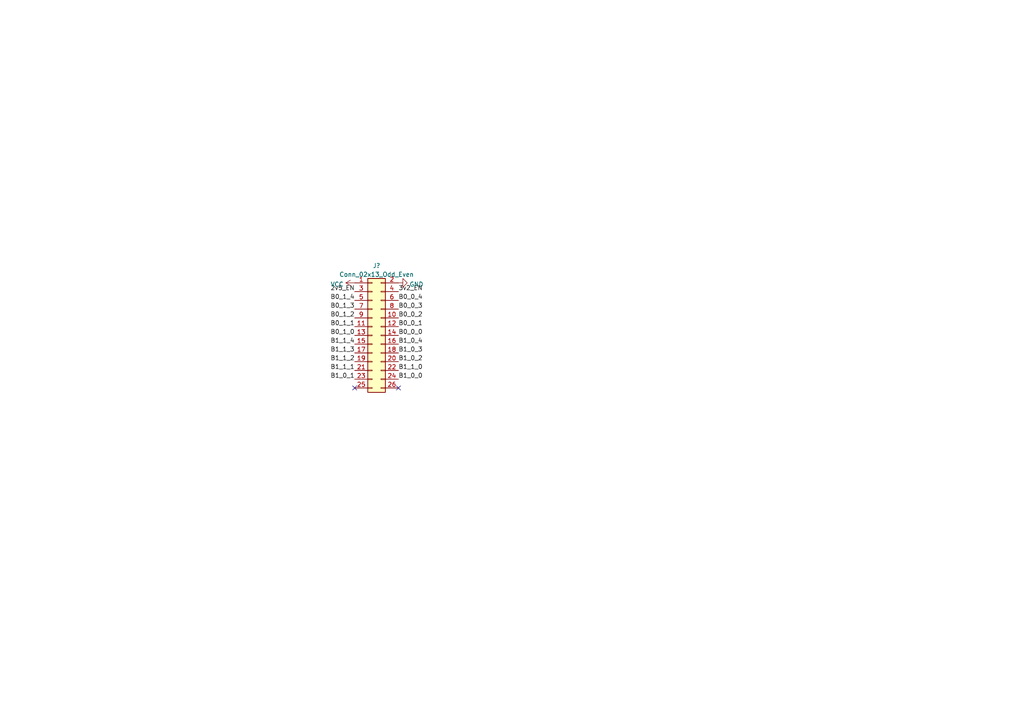
<source format=kicad_sch>
(kicad_sch (version 20211123) (generator eeschema)
  (paper "A4")
  (lib_symbols
    (symbol "Connector_Generic:Conn_02x13_Odd_Even" (pin_names (offset 1.016) hide)
      (property "Reference" "J" (at 1.27 17.78 0))
      (property "Value" "Conn_02x13_Odd_Even" (at 1.27 -17.78 0))
      (symbol "Conn_02x13_Odd_Even_1_1"
        (rectangle (start -1.27 -15.113) (end 0 -15.367) (stroke (width 0.1524)))
        (rectangle (start -1.27 -12.573) (end 0 -12.827) (stroke (width 0.1524)))
        (rectangle (start -1.27 -10.033) (end 0 -10.287) (stroke (width 0.1524)))
        (rectangle (start -1.27 -7.493) (end 0 -7.747) (stroke (width 0.1524)))
        (rectangle (start -1.27 -4.953) (end 0 -5.207) (stroke (width 0.1524)))
        (rectangle (start -1.27 -2.413) (end 0 -2.667) (stroke (width 0.1524)))
        (rectangle (start -1.27 0.127) (end 0 -0.127) (stroke (width 0.1524)))
        (rectangle (start -1.27 2.667) (end 0 2.413) (stroke (width 0.1524)))
        (rectangle (start -1.27 5.207) (end 0 4.953) (stroke (width 0.1524)))
        (rectangle (start -1.27 7.747) (end 0 7.493) (stroke (width 0.1524)))
        (rectangle (start -1.27 10.287) (end 0 10.033) (stroke (width 0.1524)))
        (rectangle (start -1.27 12.827) (end 0 12.573) (stroke (width 0.1524)))
        (rectangle (start -1.27 15.367) (end 0 15.113) (stroke (width 0.1524)))
        (rectangle (start -1.27 16.51) (end 3.81 -16.51) (stroke (width 0.254)) (fill (type background)))
        (rectangle (start 3.81 -15.113) (end 2.54 -15.367) (stroke (width 0.1524)))
        (rectangle (start 3.81 -12.573) (end 2.54 -12.827) (stroke (width 0.1524)))
        (rectangle (start 3.81 -10.033) (end 2.54 -10.287) (stroke (width 0.1524)))
        (rectangle (start 3.81 -7.493) (end 2.54 -7.747) (stroke (width 0.1524)))
        (rectangle (start 3.81 -4.953) (end 2.54 -5.207) (stroke (width 0.1524)))
        (rectangle (start 3.81 -2.413) (end 2.54 -2.667) (stroke (width 0.1524)))
        (rectangle (start 3.81 0.127) (end 2.54 -0.127) (stroke (width 0.1524)))
        (rectangle (start 3.81 2.667) (end 2.54 2.413) (stroke (width 0.1524)))
        (rectangle (start 3.81 5.207) (end 2.54 4.953) (stroke (width 0.1524)))
        (rectangle (start 3.81 7.747) (end 2.54 7.493) (stroke (width 0.1524)))
        (rectangle (start 3.81 10.287) (end 2.54 10.033) (stroke (width 0.1524)))
        (rectangle (start 3.81 12.827) (end 2.54 12.573) (stroke (width 0.1524)))
        (rectangle (start 3.81 15.367) (end 2.54 15.113) (stroke (width 0.1524)))
        (pin passive line (at -5.08 15.24 0) (length 3.81) (name "Pin_1") (number "1"))
        (pin passive line (at 7.62 5.08 180) (length 3.81) (name "Pin_10") (number "10"))
        (pin passive line (at -5.08 2.54 0) (length 3.81) (name "Pin_11") (number "11"))
        (pin passive line (at 7.62 2.54 180) (length 3.81) (name "Pin_12") (number "12"))
        (pin passive line (at -5.08 0 0) (length 3.81) (name "Pin_13") (number "13"))
        (pin passive line (at 7.62 0 180) (length 3.81) (name "Pin_14") (number "14"))
        (pin passive line (at -5.08 -2.54 0) (length 3.81) (name "Pin_15") (number "15"))
        (pin passive line (at 7.62 -2.54 180) (length 3.81) (name "Pin_16") (number "16"))
        (pin passive line (at -5.08 -5.08 0) (length 3.81) (name "Pin_17") (number "17"))
        (pin passive line (at 7.62 -5.08 180) (length 3.81) (name "Pin_18") (number "18"))
        (pin passive line (at -5.08 -7.62 0) (length 3.81) (name "Pin_19") (number "19"))
        (pin passive line (at 7.62 15.24 180) (length 3.81) (name "Pin_2") (number "2"))
        (pin passive line (at 7.62 -7.62 180) (length 3.81) (name "Pin_20") (number "20"))
        (pin passive line (at -5.08 -10.16 0) (length 3.81) (name "Pin_21") (number "21"))
        (pin passive line (at 7.62 -10.16 180) (length 3.81) (name "Pin_22") (number "22"))
        (pin passive line (at -5.08 -12.7 0) (length 3.81) (name "Pin_23") (number "23"))
        (pin passive line (at 7.62 -12.7 180) (length 3.81) (name "Pin_24") (number "24"))
        (pin passive line (at -5.08 -15.24 0) (length 3.81) (name "Pin_25") (number "25"))
        (pin passive line (at 7.62 -15.24 180) (length 3.81) (name "Pin_26") (number "26"))
        (pin passive line (at -5.08 12.7 0) (length 3.81) (name "Pin_3") (number "3"))
        (pin passive line (at 7.62 12.7 180) (length 3.81) (name "Pin_4") (number "4"))
        (pin passive line (at -5.08 10.16 0) (length 3.81) (name "Pin_5") (number "5"))
        (pin passive line (at 7.62 10.16 180) (length 3.81) (name "Pin_6") (number "6"))
        (pin passive line (at -5.08 7.62 0) (length 3.81) (name "Pin_7") (number "7"))
        (pin passive line (at 7.62 7.62 180) (length 3.81) (name "Pin_8") (number "8"))
        (pin passive line (at -5.08 5.08 0) (length 3.81) (name "Pin_9") (number "9"))
      )
    )
    (symbol "power:GND" (power) (pin_names (offset 0))
      (property "Value" "GND" (at 0 -3.81 0))
      (symbol "GND_0_1"
        (polyline (pts (xy 0 0) (xy 0 -1.27) (xy 1.27 -1.27) (xy 0 -2.54) (xy -1.27 -1.27) (xy 0 -1.27)))
      )
      (symbol "GND_1_1"
        (pin power_in line (at 0 0 270) (length 0) hide (name "GND") (number "1"))
      )
    )
    (symbol "power:VCC" (power) (pin_names (offset 0))
      (property "Value" "VCC" (at 0 3.81 0))
      (symbol "VCC_0_1"
        (polyline (pts (xy -0.762 1.27) (xy 0 2.54)))
        (polyline (pts (xy 0 0) (xy 0 2.54)))
        (polyline (pts (xy 0 2.54) (xy 0.762 1.27)))
      )
      (symbol "VCC_1_1"
        (pin power_in line (at 0 0 90) (length 0) hide (name "VCC") (number "1"))
      )
    )
  )
  (no_connect (at 115.57 112.522))
  (no_connect (at 102.87 112.522))
  (label "3v2_EN" (at 115.57 84.582 0))
  (label "B1_1_0" (at 115.57 107.442 0))
  (label "B0_0_4" (at 115.57 87.122 0))
  (label "2v5_EN" (at 102.87 84.582 180))
  (label "B1_0_3" (at 115.57 102.362 0))
  (label "B0_1_4" (at 102.87 87.122 180))
  (label "B1_0_1" (at 102.87 109.982 180))
  (label "B1_1_4" (at 102.87 99.822 180))
  (label "B1_0_2" (at 115.57 104.902 0))
  (label "B0_1_1" (at 102.87 94.742 180))
  (label "B1_0_0" (at 115.57 109.982 0))
  (label "B1_1_1" (at 102.87 107.442 180))
  (label "B0_1_0" (at 102.87 97.282 180))
  (label "B0_0_0" (at 115.57 97.282 0))
  (label "B1_1_2" (at 102.87 104.902 180))
  (label "B0_1_3" (at 102.87 89.662 180))
  (label "B0_0_1" (at 115.57 94.742 0))
  (label "B1_1_3" (at 102.87 102.362 180))
  (label "B1_0_4" (at 115.57 99.822 0))
  (label "B0_0_2" (at 115.57 92.202 0))
  (label "B0_1_2" (at 102.87 92.202 180))
  (label "B0_0_3" (at 115.57 89.662 0))
  (symbol (lib_id "Connector_Generic:Conn_02x13_Odd_Even") (at 107.95 97.282 0) (unit 1)
    (property "Reference" "J?" (at 109.22 77.0722 0))
    (property "Value" "Conn_02x13_Odd_Even" (at 109.22 79.6091 0))
    (property "Footprint" "Connector_PinHeader_1.27mm:PinHeader_2x13_P1.27mm_Vertical" (effects hide))
  )
  (symbol (lib_id "power:GND") (at 115.57 82.042 90) (unit 1)
    (property "Reference" "#PWR?" (effects hide))
    (property "Value" "GND" (at 118.745 82.4758 90) (effects (justify right)))
  )
  (symbol (lib_id "power:VCC") (at 102.87 82.042 90) (unit 1)
    (property "Reference" "#PWR?" (effects hide))
    (property "Value" "VCC" (at 99.695 82.4758 90) (effects (justify left)))
  )
)
</source>
